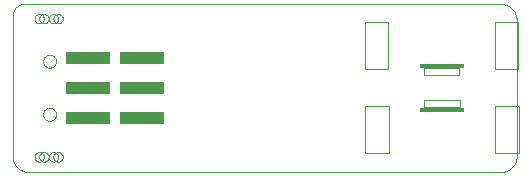
<source format=gbp>
G75*
%MOIN*%
%OFA0B0*%
%FSLAX24Y24*%
%IPPOS*%
%LPD*%
%AMOC8*
5,1,8,0,0,1.08239X$1,22.5*
%
%ADD10C,0.0000*%
%ADD11R,0.1450X0.0394*%
%ADD12R,0.1496X0.0157*%
%ADD13C,0.0039*%
D10*
X006380Y002193D02*
X022180Y002193D01*
X022224Y002195D01*
X022267Y002201D01*
X022309Y002210D01*
X022351Y002223D01*
X022391Y002240D01*
X022430Y002260D01*
X022467Y002283D01*
X022501Y002310D01*
X022534Y002339D01*
X022563Y002372D01*
X022590Y002406D01*
X022613Y002443D01*
X022633Y002482D01*
X022650Y002522D01*
X022663Y002564D01*
X022672Y002606D01*
X022678Y002649D01*
X022680Y002693D01*
X022680Y007293D01*
X022674Y007338D01*
X022664Y007383D01*
X022651Y007426D01*
X022634Y007469D01*
X022613Y007510D01*
X022590Y007549D01*
X022563Y007586D01*
X022533Y007620D01*
X022501Y007652D01*
X022466Y007681D01*
X022428Y007708D01*
X022389Y007731D01*
X022348Y007750D01*
X022305Y007766D01*
X022261Y007779D01*
X022217Y007788D01*
X022171Y007793D01*
X022126Y007795D01*
X022080Y007793D01*
X006280Y007793D01*
X006241Y007791D01*
X006202Y007785D01*
X006164Y007776D01*
X006127Y007763D01*
X006091Y007746D01*
X006058Y007726D01*
X006026Y007702D01*
X005997Y007676D01*
X005971Y007647D01*
X005947Y007615D01*
X005927Y007582D01*
X005910Y007546D01*
X005897Y007509D01*
X005888Y007471D01*
X005882Y007432D01*
X005880Y007393D01*
X005880Y002693D01*
X005882Y002649D01*
X005888Y002606D01*
X005897Y002564D01*
X005910Y002522D01*
X005927Y002482D01*
X005947Y002443D01*
X005970Y002406D01*
X005997Y002372D01*
X006026Y002339D01*
X006059Y002310D01*
X006093Y002283D01*
X006130Y002260D01*
X006169Y002240D01*
X006209Y002223D01*
X006251Y002210D01*
X006293Y002201D01*
X006336Y002195D01*
X006380Y002193D01*
X006609Y002690D02*
X006611Y002715D01*
X006617Y002739D01*
X006626Y002761D01*
X006639Y002782D01*
X006655Y002801D01*
X006674Y002817D01*
X006695Y002830D01*
X006717Y002839D01*
X006741Y002845D01*
X006766Y002847D01*
X006791Y002845D01*
X006815Y002839D01*
X006837Y002830D01*
X006858Y002817D01*
X006877Y002801D01*
X006893Y002782D01*
X006906Y002761D01*
X006915Y002739D01*
X006921Y002715D01*
X006923Y002690D01*
X006921Y002665D01*
X006915Y002641D01*
X006906Y002619D01*
X006893Y002598D01*
X006877Y002579D01*
X006858Y002563D01*
X006837Y002550D01*
X006815Y002541D01*
X006791Y002535D01*
X006766Y002533D01*
X006741Y002535D01*
X006717Y002541D01*
X006695Y002550D01*
X006674Y002563D01*
X006655Y002579D01*
X006639Y002598D01*
X006626Y002619D01*
X006617Y002641D01*
X006611Y002665D01*
X006609Y002690D01*
X006766Y002690D02*
X006768Y002715D01*
X006774Y002739D01*
X006783Y002761D01*
X006796Y002782D01*
X006812Y002801D01*
X006831Y002817D01*
X006852Y002830D01*
X006874Y002839D01*
X006898Y002845D01*
X006923Y002847D01*
X006948Y002845D01*
X006972Y002839D01*
X006994Y002830D01*
X007015Y002817D01*
X007034Y002801D01*
X007050Y002782D01*
X007063Y002761D01*
X007072Y002739D01*
X007078Y002715D01*
X007080Y002690D01*
X007078Y002665D01*
X007072Y002641D01*
X007063Y002619D01*
X007050Y002598D01*
X007034Y002579D01*
X007015Y002563D01*
X006994Y002550D01*
X006972Y002541D01*
X006948Y002535D01*
X006923Y002533D01*
X006898Y002535D01*
X006874Y002541D01*
X006852Y002550D01*
X006831Y002563D01*
X006812Y002579D01*
X006796Y002598D01*
X006783Y002619D01*
X006774Y002641D01*
X006768Y002665D01*
X006766Y002690D01*
X007081Y002690D02*
X007083Y002715D01*
X007089Y002739D01*
X007098Y002761D01*
X007111Y002782D01*
X007127Y002801D01*
X007146Y002817D01*
X007167Y002830D01*
X007189Y002839D01*
X007213Y002845D01*
X007238Y002847D01*
X007263Y002845D01*
X007287Y002839D01*
X007309Y002830D01*
X007330Y002817D01*
X007349Y002801D01*
X007365Y002782D01*
X007378Y002761D01*
X007387Y002739D01*
X007393Y002715D01*
X007395Y002690D01*
X007393Y002665D01*
X007387Y002641D01*
X007378Y002619D01*
X007365Y002598D01*
X007349Y002579D01*
X007330Y002563D01*
X007309Y002550D01*
X007287Y002541D01*
X007263Y002535D01*
X007238Y002533D01*
X007213Y002535D01*
X007189Y002541D01*
X007167Y002550D01*
X007146Y002563D01*
X007127Y002579D01*
X007111Y002598D01*
X007098Y002619D01*
X007089Y002641D01*
X007083Y002665D01*
X007081Y002690D01*
X007239Y002690D02*
X007241Y002715D01*
X007247Y002739D01*
X007256Y002761D01*
X007269Y002782D01*
X007285Y002801D01*
X007304Y002817D01*
X007325Y002830D01*
X007347Y002839D01*
X007371Y002845D01*
X007396Y002847D01*
X007421Y002845D01*
X007445Y002839D01*
X007467Y002830D01*
X007488Y002817D01*
X007507Y002801D01*
X007523Y002782D01*
X007536Y002761D01*
X007545Y002739D01*
X007551Y002715D01*
X007553Y002690D01*
X007551Y002665D01*
X007545Y002641D01*
X007536Y002619D01*
X007523Y002598D01*
X007507Y002579D01*
X007488Y002563D01*
X007467Y002550D01*
X007445Y002541D01*
X007421Y002535D01*
X007396Y002533D01*
X007371Y002535D01*
X007347Y002541D01*
X007325Y002550D01*
X007304Y002563D01*
X007285Y002579D01*
X007269Y002598D01*
X007256Y002619D01*
X007247Y002641D01*
X007241Y002665D01*
X007239Y002690D01*
X006892Y004107D02*
X006894Y004136D01*
X006900Y004164D01*
X006909Y004192D01*
X006922Y004218D01*
X006939Y004241D01*
X006958Y004263D01*
X006980Y004282D01*
X007005Y004297D01*
X007031Y004310D01*
X007059Y004318D01*
X007087Y004323D01*
X007116Y004324D01*
X007145Y004321D01*
X007173Y004314D01*
X007200Y004304D01*
X007226Y004290D01*
X007249Y004273D01*
X007270Y004253D01*
X007288Y004230D01*
X007303Y004205D01*
X007314Y004178D01*
X007322Y004150D01*
X007326Y004121D01*
X007326Y004093D01*
X007322Y004064D01*
X007314Y004036D01*
X007303Y004009D01*
X007288Y003984D01*
X007270Y003961D01*
X007249Y003941D01*
X007226Y003924D01*
X007200Y003910D01*
X007173Y003900D01*
X007145Y003893D01*
X007116Y003890D01*
X007087Y003891D01*
X007059Y003896D01*
X007031Y003904D01*
X007005Y003917D01*
X006980Y003932D01*
X006958Y003951D01*
X006939Y003973D01*
X006922Y003996D01*
X006909Y004022D01*
X006900Y004050D01*
X006894Y004078D01*
X006892Y004107D01*
X006892Y005879D02*
X006894Y005908D01*
X006900Y005936D01*
X006909Y005964D01*
X006922Y005990D01*
X006939Y006013D01*
X006958Y006035D01*
X006980Y006054D01*
X007005Y006069D01*
X007031Y006082D01*
X007059Y006090D01*
X007087Y006095D01*
X007116Y006096D01*
X007145Y006093D01*
X007173Y006086D01*
X007200Y006076D01*
X007226Y006062D01*
X007249Y006045D01*
X007270Y006025D01*
X007288Y006002D01*
X007303Y005977D01*
X007314Y005950D01*
X007322Y005922D01*
X007326Y005893D01*
X007326Y005865D01*
X007322Y005836D01*
X007314Y005808D01*
X007303Y005781D01*
X007288Y005756D01*
X007270Y005733D01*
X007249Y005713D01*
X007226Y005696D01*
X007200Y005682D01*
X007173Y005672D01*
X007145Y005665D01*
X007116Y005662D01*
X007087Y005663D01*
X007059Y005668D01*
X007031Y005676D01*
X007005Y005689D01*
X006980Y005704D01*
X006958Y005723D01*
X006939Y005745D01*
X006922Y005768D01*
X006909Y005794D01*
X006900Y005822D01*
X006894Y005850D01*
X006892Y005879D01*
X006766Y007296D02*
X006768Y007321D01*
X006774Y007345D01*
X006783Y007367D01*
X006796Y007388D01*
X006812Y007407D01*
X006831Y007423D01*
X006852Y007436D01*
X006874Y007445D01*
X006898Y007451D01*
X006923Y007453D01*
X006948Y007451D01*
X006972Y007445D01*
X006994Y007436D01*
X007015Y007423D01*
X007034Y007407D01*
X007050Y007388D01*
X007063Y007367D01*
X007072Y007345D01*
X007078Y007321D01*
X007080Y007296D01*
X007078Y007271D01*
X007072Y007247D01*
X007063Y007225D01*
X007050Y007204D01*
X007034Y007185D01*
X007015Y007169D01*
X006994Y007156D01*
X006972Y007147D01*
X006948Y007141D01*
X006923Y007139D01*
X006898Y007141D01*
X006874Y007147D01*
X006852Y007156D01*
X006831Y007169D01*
X006812Y007185D01*
X006796Y007204D01*
X006783Y007225D01*
X006774Y007247D01*
X006768Y007271D01*
X006766Y007296D01*
X006609Y007296D02*
X006611Y007321D01*
X006617Y007345D01*
X006626Y007367D01*
X006639Y007388D01*
X006655Y007407D01*
X006674Y007423D01*
X006695Y007436D01*
X006717Y007445D01*
X006741Y007451D01*
X006766Y007453D01*
X006791Y007451D01*
X006815Y007445D01*
X006837Y007436D01*
X006858Y007423D01*
X006877Y007407D01*
X006893Y007388D01*
X006906Y007367D01*
X006915Y007345D01*
X006921Y007321D01*
X006923Y007296D01*
X006921Y007271D01*
X006915Y007247D01*
X006906Y007225D01*
X006893Y007204D01*
X006877Y007185D01*
X006858Y007169D01*
X006837Y007156D01*
X006815Y007147D01*
X006791Y007141D01*
X006766Y007139D01*
X006741Y007141D01*
X006717Y007147D01*
X006695Y007156D01*
X006674Y007169D01*
X006655Y007185D01*
X006639Y007204D01*
X006626Y007225D01*
X006617Y007247D01*
X006611Y007271D01*
X006609Y007296D01*
X007081Y007296D02*
X007083Y007321D01*
X007089Y007345D01*
X007098Y007367D01*
X007111Y007388D01*
X007127Y007407D01*
X007146Y007423D01*
X007167Y007436D01*
X007189Y007445D01*
X007213Y007451D01*
X007238Y007453D01*
X007263Y007451D01*
X007287Y007445D01*
X007309Y007436D01*
X007330Y007423D01*
X007349Y007407D01*
X007365Y007388D01*
X007378Y007367D01*
X007387Y007345D01*
X007393Y007321D01*
X007395Y007296D01*
X007393Y007271D01*
X007387Y007247D01*
X007378Y007225D01*
X007365Y007204D01*
X007349Y007185D01*
X007330Y007169D01*
X007309Y007156D01*
X007287Y007147D01*
X007263Y007141D01*
X007238Y007139D01*
X007213Y007141D01*
X007189Y007147D01*
X007167Y007156D01*
X007146Y007169D01*
X007127Y007185D01*
X007111Y007204D01*
X007098Y007225D01*
X007089Y007247D01*
X007083Y007271D01*
X007081Y007296D01*
X007239Y007296D02*
X007241Y007321D01*
X007247Y007345D01*
X007256Y007367D01*
X007269Y007388D01*
X007285Y007407D01*
X007304Y007423D01*
X007325Y007436D01*
X007347Y007445D01*
X007371Y007451D01*
X007396Y007453D01*
X007421Y007451D01*
X007445Y007445D01*
X007467Y007436D01*
X007488Y007423D01*
X007507Y007407D01*
X007523Y007388D01*
X007536Y007367D01*
X007545Y007345D01*
X007551Y007321D01*
X007553Y007296D01*
X007551Y007271D01*
X007545Y007247D01*
X007536Y007225D01*
X007523Y007204D01*
X007507Y007185D01*
X007488Y007169D01*
X007467Y007156D01*
X007445Y007147D01*
X007421Y007141D01*
X007396Y007139D01*
X007371Y007141D01*
X007347Y007147D01*
X007325Y007156D01*
X007304Y007169D01*
X007285Y007185D01*
X007269Y007204D01*
X007256Y007225D01*
X007247Y007247D01*
X007241Y007271D01*
X007239Y007296D01*
D11*
X008380Y005993D03*
X010180Y005993D03*
X010180Y004993D03*
X008380Y004993D03*
X008380Y003993D03*
X010180Y003993D03*
D12*
X020180Y004263D03*
X020180Y005724D03*
D13*
X020767Y005645D02*
X019586Y005645D01*
X019586Y005409D01*
X020767Y005409D01*
X020767Y005645D01*
X021948Y005606D02*
X022735Y005606D01*
X022735Y007181D01*
X021948Y007181D01*
X021948Y005606D01*
X020775Y004578D02*
X019594Y004578D01*
X019594Y004341D01*
X020775Y004341D01*
X020775Y004578D01*
X021956Y004381D02*
X021956Y002806D01*
X022743Y002806D01*
X022743Y004381D01*
X021956Y004381D01*
X018412Y004381D02*
X017625Y004381D01*
X017625Y002806D01*
X018412Y002806D01*
X018412Y004381D01*
X018405Y005606D02*
X017617Y005606D01*
X017617Y007181D01*
X018405Y007181D01*
X018405Y005606D01*
M02*

</source>
